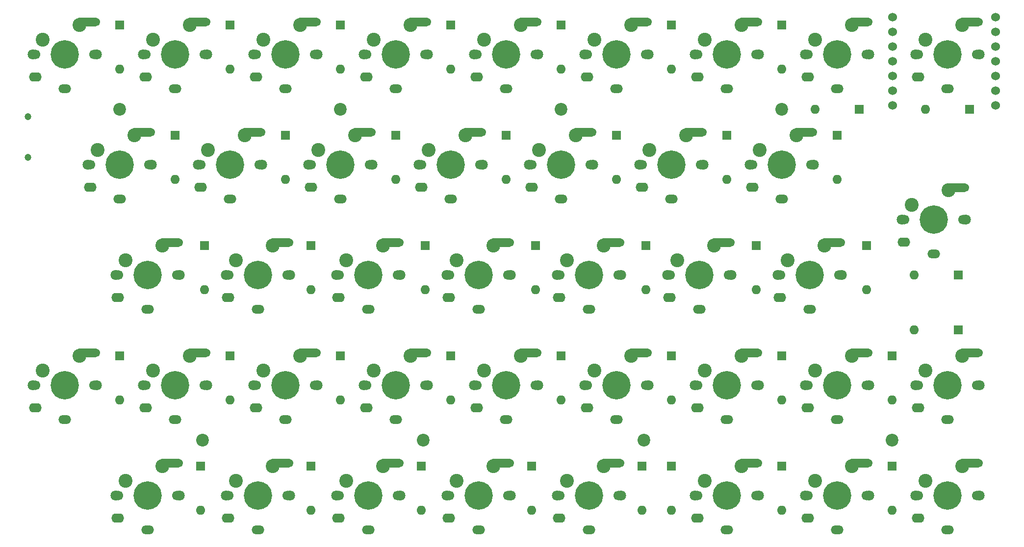
<source format=gbr>
%TF.GenerationSoftware,KiCad,Pcbnew,(7.0.0)*%
%TF.CreationDate,2023-02-28T11:25:28+09:00*%
%TF.ProjectId,sgkb-right,73676b62-2d72-4696-9768-742e6b696361,rev?*%
%TF.SameCoordinates,Original*%
%TF.FileFunction,Soldermask,Bot*%
%TF.FilePolarity,Negative*%
%FSLAX46Y46*%
G04 Gerber Fmt 4.6, Leading zero omitted, Abs format (unit mm)*
G04 Created by KiCad (PCBNEW (7.0.0)) date 2023-02-28 11:25:28*
%MOMM*%
%LPD*%
G01*
G04 APERTURE LIST*
G04 Aperture macros list*
%AMHorizOval*
0 Thick line with rounded ends*
0 $1 width*
0 $2 $3 position (X,Y) of the first rounded end (center of the circle)*
0 $4 $5 position (X,Y) of the second rounded end (center of the circle)*
0 Add line between two ends*
20,1,$1,$2,$3,$4,$5,0*
0 Add two circle primitives to create the rounded ends*
1,1,$1,$2,$3*
1,1,$1,$4,$5*%
G04 Aperture macros list end*
%ADD10C,1.800000*%
%ADD11C,1.700000*%
%ADD12C,4.900000*%
%ADD13O,2.200000X1.600000*%
%ADD14C,2.400000*%
%ADD15O,2.200000X1.500000*%
%ADD16HorizOval,1.500000X1.449945X0.012653X-1.449945X-0.012653X0*%
%ADD17R,1.600000X1.600000*%
%ADD18O,1.600000X1.600000*%
%ADD19C,2.200000*%
%ADD20C,1.200000*%
%ADD21C,1.524000*%
G04 APERTURE END LIST*
D10*
%TO.C,SW5*%
X99275000Y-47625000D03*
D11*
X99695000Y-47625000D03*
D12*
X104775000Y-47625000D03*
D11*
X109855000Y-47625000D03*
D10*
X110275000Y-47625000D03*
D13*
X99674999Y-51524999D03*
D14*
X100965000Y-45085000D03*
D15*
X104774999Y-53524999D03*
D14*
X107315000Y-42545000D03*
D16*
X108675041Y-42084598D03*
%TD*%
D17*
%TO.C,D18*%
X180974999Y-61594999D03*
D18*
X180974999Y-69214999D03*
%TD*%
D10*
%TO.C,SW33*%
X80225000Y-104775000D03*
D11*
X80645000Y-104775000D03*
D12*
X85725000Y-104775000D03*
D11*
X90805000Y-104775000D03*
D10*
X91225000Y-104775000D03*
D13*
X80624999Y-108674999D03*
D14*
X81915000Y-102235000D03*
D15*
X85724999Y-110674999D03*
D14*
X88265000Y-99695000D03*
D16*
X89625041Y-99234598D03*
%TD*%
D10*
%TO.C,SW37*%
X156425000Y-104775000D03*
D11*
X156845000Y-104775000D03*
D12*
X161925000Y-104775000D03*
D11*
X167005000Y-104775000D03*
D10*
X167425000Y-104775000D03*
D13*
X156824999Y-108674999D03*
D14*
X158115000Y-102235000D03*
D15*
X161924999Y-110674999D03*
D14*
X164465000Y-99695000D03*
D16*
X165825041Y-99234598D03*
%TD*%
D19*
%TO.C,H8*%
X190500000Y-114300000D03*
%TD*%
D17*
%TO.C,D39*%
X201929999Y-95249999D03*
D18*
X194309999Y-95249999D03*
%TD*%
D10*
%TO.C,SW32*%
X61175000Y-104775000D03*
D11*
X61595000Y-104775000D03*
D12*
X66675000Y-104775000D03*
D11*
X71755000Y-104775000D03*
D10*
X72175000Y-104775000D03*
D13*
X61574999Y-108674999D03*
D14*
X62865000Y-102235000D03*
D15*
X66674999Y-110674999D03*
D14*
X69215000Y-99695000D03*
D16*
X70575041Y-99234598D03*
%TD*%
D17*
%TO.C,D22*%
X71754999Y-80644999D03*
D18*
X71754999Y-88264999D03*
%TD*%
D10*
%TO.C,SW49*%
X194525000Y-123825000D03*
D11*
X194945000Y-123825000D03*
D12*
X200025000Y-123825000D03*
D11*
X205105000Y-123825000D03*
D10*
X205525000Y-123825000D03*
D13*
X194924999Y-127724999D03*
D14*
X196215000Y-121285000D03*
D15*
X200024999Y-129724999D03*
D14*
X202565000Y-118745000D03*
D16*
X203925041Y-118284598D03*
%TD*%
D17*
%TO.C,D33*%
X95249999Y-99694999D03*
D18*
X95249999Y-107314999D03*
%TD*%
D17*
%TO.C,D47*%
X152399999Y-118744999D03*
D18*
X152399999Y-126364999D03*
%TD*%
D17*
%TO.C,D6*%
X133349999Y-42544999D03*
D18*
X133349999Y-50164999D03*
%TD*%
D17*
%TO.C,D45*%
X128269999Y-118744999D03*
D18*
X128269999Y-126364999D03*
%TD*%
D10*
%TO.C,SW3*%
X61175000Y-47625000D03*
D11*
X61595000Y-47625000D03*
D12*
X66675000Y-47625000D03*
D11*
X71755000Y-47625000D03*
D10*
X72175000Y-47625000D03*
D13*
X61574999Y-51524999D03*
D14*
X62865000Y-45085000D03*
D15*
X66674999Y-53524999D03*
D14*
X69215000Y-42545000D03*
D16*
X70575041Y-42084598D03*
%TD*%
D10*
%TO.C,SW6*%
X118325000Y-47625000D03*
D11*
X118745000Y-47625000D03*
D12*
X123825000Y-47625000D03*
D11*
X128905000Y-47625000D03*
D10*
X129325000Y-47625000D03*
D13*
X118724999Y-51524999D03*
D14*
X120015000Y-45085000D03*
D15*
X123824999Y-53524999D03*
D14*
X126365000Y-42545000D03*
D16*
X127725041Y-42084598D03*
%TD*%
D10*
%TO.C,SW46*%
X132612500Y-123825000D03*
D11*
X133032500Y-123825000D03*
D12*
X138112500Y-123825000D03*
D11*
X143192500Y-123825000D03*
D10*
X143612500Y-123825000D03*
D13*
X133012499Y-127724999D03*
D14*
X134302500Y-121285000D03*
D15*
X138112499Y-129724999D03*
D14*
X140652500Y-118745000D03*
D16*
X142012541Y-118284598D03*
%TD*%
D10*
%TO.C,SW45*%
X113562500Y-123825000D03*
D11*
X113982500Y-123825000D03*
D12*
X119062500Y-123825000D03*
D11*
X124142500Y-123825000D03*
D10*
X124562500Y-123825000D03*
D13*
X113962499Y-127724999D03*
D14*
X115252500Y-121285000D03*
D15*
X119062499Y-129724999D03*
D14*
X121602500Y-118745000D03*
D16*
X122962541Y-118284598D03*
%TD*%
D10*
%TO.C,SW17*%
X146900000Y-66675000D03*
D11*
X147320000Y-66675000D03*
D12*
X152400000Y-66675000D03*
D11*
X157480000Y-66675000D03*
D10*
X157900000Y-66675000D03*
D13*
X147299999Y-70574999D03*
D14*
X148590000Y-64135000D03*
D15*
X152399999Y-72574999D03*
D14*
X154940000Y-61595000D03*
D16*
X156300041Y-61134598D03*
%TD*%
D17*
%TO.C,D2*%
X57149999Y-42544999D03*
D18*
X57149999Y-50164999D03*
%TD*%
D17*
%TO.C,D7*%
X152399999Y-42544999D03*
D18*
X152399999Y-50164999D03*
%TD*%
D10*
%TO.C,SW48*%
X175475000Y-123825000D03*
D11*
X175895000Y-123825000D03*
D12*
X180975000Y-123825000D03*
D11*
X186055000Y-123825000D03*
D10*
X186475000Y-123825000D03*
D13*
X175874999Y-127724999D03*
D14*
X177165000Y-121285000D03*
D15*
X180974999Y-129724999D03*
D14*
X183515000Y-118745000D03*
D16*
X184875041Y-118284598D03*
%TD*%
D17*
%TO.C,D32*%
X76199999Y-99694999D03*
D18*
X76199999Y-107314999D03*
%TD*%
D17*
%TO.C,D15*%
X123824999Y-61594999D03*
D18*
X123824999Y-69214999D03*
%TD*%
D17*
%TO.C,D5*%
X114299999Y-42544999D03*
D18*
X114299999Y-50164999D03*
%TD*%
D17*
%TO.C,D8*%
X171449999Y-42544999D03*
D18*
X171449999Y-50164999D03*
%TD*%
D17*
%TO.C,D12*%
X66674999Y-61594999D03*
D18*
X66674999Y-69214999D03*
%TD*%
D10*
%TO.C,SW34*%
X99275000Y-104775000D03*
D11*
X99695000Y-104775000D03*
D12*
X104775000Y-104775000D03*
D11*
X109855000Y-104775000D03*
D10*
X110275000Y-104775000D03*
D13*
X99674999Y-108674999D03*
D14*
X100965000Y-102235000D03*
D15*
X104774999Y-110674999D03*
D14*
X107315000Y-99695000D03*
D16*
X108675041Y-99234598D03*
%TD*%
D10*
%TO.C,SW14*%
X89750000Y-66675000D03*
D11*
X90170000Y-66675000D03*
D12*
X95250000Y-66675000D03*
D11*
X100330000Y-66675000D03*
D10*
X100750000Y-66675000D03*
D13*
X90149999Y-70574999D03*
D14*
X91440000Y-64135000D03*
D15*
X95249999Y-72574999D03*
D14*
X97790000Y-61595000D03*
D16*
X99150041Y-61134598D03*
%TD*%
D17*
%TO.C,D31*%
X57149999Y-99694999D03*
D18*
X57149999Y-107314999D03*
%TD*%
D17*
%TO.C,D9*%
X184784999Y-57149999D03*
D18*
X177164999Y-57149999D03*
%TD*%
D19*
%TO.C,H7*%
X109537500Y-114300000D03*
%TD*%
D10*
%TO.C,SW8*%
X156425000Y-47625000D03*
D11*
X156845000Y-47625000D03*
D12*
X161925000Y-47625000D03*
D11*
X167005000Y-47625000D03*
D10*
X167425000Y-47625000D03*
D13*
X156824999Y-51524999D03*
D14*
X158115000Y-45085000D03*
D15*
X161924999Y-53524999D03*
D14*
X164465000Y-42545000D03*
D16*
X165825041Y-42084598D03*
%TD*%
D10*
%TO.C,SW28*%
X170712500Y-85725000D03*
D11*
X171132500Y-85725000D03*
D12*
X176212500Y-85725000D03*
D11*
X181292500Y-85725000D03*
D10*
X181712500Y-85725000D03*
D13*
X171112499Y-89624999D03*
D14*
X172402500Y-83185000D03*
D15*
X176212499Y-91624999D03*
D14*
X178752500Y-80645000D03*
D16*
X180112541Y-80184598D03*
%TD*%
D10*
%TO.C,SW25*%
X113562500Y-85725000D03*
D11*
X113982500Y-85725000D03*
D12*
X119062500Y-85725000D03*
D11*
X124142500Y-85725000D03*
D10*
X124562500Y-85725000D03*
D13*
X113962499Y-89624999D03*
D14*
X115252500Y-83185000D03*
D15*
X119062499Y-91624999D03*
D14*
X121602500Y-80645000D03*
D16*
X122962541Y-80184598D03*
%TD*%
D17*
%TO.C,D10*%
X203834999Y-57149999D03*
D18*
X196214999Y-57149999D03*
%TD*%
D17*
%TO.C,D36*%
X152399999Y-99694999D03*
D18*
X152399999Y-107314999D03*
%TD*%
D17*
%TO.C,D34*%
X114299999Y-99694999D03*
D18*
X114299999Y-107314999D03*
%TD*%
D17*
%TO.C,D38*%
X190499999Y-99694999D03*
D18*
X190499999Y-107314999D03*
%TD*%
D17*
%TO.C,D27*%
X167004999Y-80644999D03*
D18*
X167004999Y-88264999D03*
%TD*%
D19*
%TO.C,H4*%
X147637500Y-114300000D03*
%TD*%
D10*
%TO.C,SW35*%
X118325000Y-104775000D03*
D11*
X118745000Y-104775000D03*
D12*
X123825000Y-104775000D03*
D11*
X128905000Y-104775000D03*
D10*
X129325000Y-104775000D03*
D13*
X118724999Y-108674999D03*
D14*
X120015000Y-102235000D03*
D15*
X123824999Y-110674999D03*
D14*
X126365000Y-99695000D03*
D16*
X127725041Y-99234598D03*
%TD*%
D10*
%TO.C,SW31*%
X42125000Y-104775000D03*
D11*
X42545000Y-104775000D03*
D12*
X47625000Y-104775000D03*
D11*
X52705000Y-104775000D03*
D10*
X53125000Y-104775000D03*
D13*
X42524999Y-108674999D03*
D14*
X43815000Y-102235000D03*
D15*
X47624999Y-110674999D03*
D14*
X50165000Y-99695000D03*
D16*
X51525041Y-99234598D03*
%TD*%
D19*
%TO.C,H1*%
X57150000Y-57150000D03*
%TD*%
D10*
%TO.C,SW42*%
X56412500Y-123825000D03*
D11*
X56832500Y-123825000D03*
D12*
X61912500Y-123825000D03*
D11*
X66992500Y-123825000D03*
D10*
X67412500Y-123825000D03*
D13*
X56812499Y-127724999D03*
D14*
X58102500Y-121285000D03*
D15*
X61912499Y-129724999D03*
D14*
X64452500Y-118745000D03*
D16*
X65812541Y-118284598D03*
%TD*%
D17*
%TO.C,D35*%
X133349999Y-99694999D03*
D18*
X133349999Y-107314999D03*
%TD*%
D17*
%TO.C,D42*%
X71119999Y-118744999D03*
D18*
X71119999Y-126364999D03*
%TD*%
D10*
%TO.C,SW15*%
X108800000Y-66675000D03*
D11*
X109220000Y-66675000D03*
D12*
X114300000Y-66675000D03*
D11*
X119380000Y-66675000D03*
D10*
X119800000Y-66675000D03*
D13*
X109199999Y-70574999D03*
D14*
X110490000Y-64135000D03*
D15*
X114299999Y-72574999D03*
D14*
X116840000Y-61595000D03*
D16*
X118200041Y-61134598D03*
%TD*%
D10*
%TO.C,SW44*%
X94512500Y-123825000D03*
D11*
X94932500Y-123825000D03*
D12*
X100012500Y-123825000D03*
D11*
X105092500Y-123825000D03*
D10*
X105512500Y-123825000D03*
D13*
X94912499Y-127724999D03*
D14*
X96202500Y-121285000D03*
D15*
X100012499Y-129724999D03*
D14*
X102552500Y-118745000D03*
D16*
X103912541Y-118284598D03*
%TD*%
D17*
%TO.C,D48*%
X171449999Y-118744999D03*
D18*
X171449999Y-126364999D03*
%TD*%
D10*
%TO.C,SW43*%
X75462500Y-123825000D03*
D11*
X75882500Y-123825000D03*
D12*
X80962500Y-123825000D03*
D11*
X86042500Y-123825000D03*
D10*
X86462500Y-123825000D03*
D13*
X75862499Y-127724999D03*
D14*
X77152500Y-121285000D03*
D15*
X80962499Y-129724999D03*
D14*
X83502500Y-118745000D03*
D16*
X84862541Y-118284598D03*
%TD*%
D17*
%TO.C,D43*%
X90169999Y-118744999D03*
D18*
X90169999Y-126364999D03*
%TD*%
D17*
%TO.C,D13*%
X85724999Y-61594999D03*
D18*
X85724999Y-69214999D03*
%TD*%
D10*
%TO.C,SW12*%
X51650000Y-66675000D03*
D11*
X52070000Y-66675000D03*
D12*
X57150000Y-66675000D03*
D11*
X62230000Y-66675000D03*
D10*
X62650000Y-66675000D03*
D13*
X52049999Y-70574999D03*
D14*
X53340000Y-64135000D03*
D15*
X57149999Y-72574999D03*
D14*
X59690000Y-61595000D03*
D16*
X61050041Y-61134598D03*
%TD*%
D10*
%TO.C,SW36*%
X137375000Y-104775000D03*
D11*
X137795000Y-104775000D03*
D12*
X142875000Y-104775000D03*
D11*
X147955000Y-104775000D03*
D10*
X148375000Y-104775000D03*
D13*
X137774999Y-108674999D03*
D14*
X139065000Y-102235000D03*
D15*
X142874999Y-110674999D03*
D14*
X145415000Y-99695000D03*
D16*
X146775041Y-99234598D03*
%TD*%
D19*
%TO.C,H2*%
X133350000Y-57150000D03*
%TD*%
%TO.C,H6*%
X171450000Y-57150000D03*
%TD*%
D10*
%TO.C,SW39*%
X194525000Y-104775000D03*
D11*
X194945000Y-104775000D03*
D12*
X200025000Y-104775000D03*
D11*
X205105000Y-104775000D03*
D10*
X205525000Y-104775000D03*
D13*
X194924999Y-108674999D03*
D14*
X196215000Y-102235000D03*
D15*
X200024999Y-110674999D03*
D14*
X202565000Y-99695000D03*
D16*
X203925041Y-99234598D03*
%TD*%
D10*
%TO.C,SW18*%
X165950000Y-66675000D03*
D11*
X166370000Y-66675000D03*
D12*
X171450000Y-66675000D03*
D11*
X176530000Y-66675000D03*
D10*
X176950000Y-66675000D03*
D13*
X166349999Y-70574999D03*
D14*
X167640000Y-64135000D03*
D15*
X171449999Y-72574999D03*
D14*
X173990000Y-61595000D03*
D16*
X175350041Y-61134598D03*
%TD*%
D10*
%TO.C,SW47*%
X156425000Y-123825000D03*
D11*
X156845000Y-123825000D03*
D12*
X161925000Y-123825000D03*
D11*
X167005000Y-123825000D03*
D10*
X167425000Y-123825000D03*
D13*
X156824999Y-127724999D03*
D14*
X158115000Y-121285000D03*
D15*
X161924999Y-129724999D03*
D14*
X164465000Y-118745000D03*
D16*
X165825041Y-118284598D03*
%TD*%
D10*
%TO.C,SW23*%
X75462500Y-85725000D03*
D11*
X75882500Y-85725000D03*
D12*
X80962500Y-85725000D03*
D11*
X86042500Y-85725000D03*
D10*
X86462500Y-85725000D03*
D13*
X75862499Y-89624999D03*
D14*
X77152500Y-83185000D03*
D15*
X80962499Y-91624999D03*
D14*
X83502500Y-80645000D03*
D16*
X84862541Y-80184598D03*
%TD*%
D17*
%TO.C,D3*%
X76199999Y-42544999D03*
D18*
X76199999Y-50164999D03*
%TD*%
D10*
%TO.C,SW24*%
X94512500Y-85725000D03*
D11*
X94932500Y-85725000D03*
D12*
X100012500Y-85725000D03*
D11*
X105092500Y-85725000D03*
D10*
X105512500Y-85725000D03*
D13*
X94912499Y-89624999D03*
D14*
X96202500Y-83185000D03*
D15*
X100012499Y-91624999D03*
D14*
X102552500Y-80645000D03*
D16*
X103912541Y-80184598D03*
%TD*%
D10*
%TO.C,SW16*%
X127850000Y-66675000D03*
D11*
X128270000Y-66675000D03*
D12*
X133350000Y-66675000D03*
D11*
X138430000Y-66675000D03*
D10*
X138850000Y-66675000D03*
D13*
X128249999Y-70574999D03*
D14*
X129540000Y-64135000D03*
D15*
X133349999Y-72574999D03*
D14*
X135890000Y-61595000D03*
D16*
X137250041Y-61134598D03*
%TD*%
D17*
%TO.C,D25*%
X128904999Y-80644999D03*
D18*
X128904999Y-88264999D03*
%TD*%
D10*
%TO.C,SW26*%
X132612500Y-85725000D03*
D11*
X133032500Y-85725000D03*
D12*
X138112500Y-85725000D03*
D11*
X143192500Y-85725000D03*
D10*
X143612500Y-85725000D03*
D13*
X133012499Y-89624999D03*
D14*
X134302500Y-83185000D03*
D15*
X138112499Y-91624999D03*
D14*
X140652500Y-80645000D03*
D16*
X142012541Y-80184598D03*
%TD*%
D10*
%TO.C,SW9*%
X175475000Y-47625000D03*
D11*
X175895000Y-47625000D03*
D12*
X180975000Y-47625000D03*
D11*
X186055000Y-47625000D03*
D10*
X186475000Y-47625000D03*
D13*
X175874999Y-51524999D03*
D14*
X177165000Y-45085000D03*
D15*
X180974999Y-53524999D03*
D14*
X183515000Y-42545000D03*
D16*
X184875041Y-42084598D03*
%TD*%
D10*
%TO.C,SW19*%
X192143750Y-76200000D03*
D11*
X192563750Y-76200000D03*
D12*
X197643750Y-76200000D03*
D11*
X202723750Y-76200000D03*
D10*
X203143750Y-76200000D03*
D13*
X192543749Y-80099999D03*
D14*
X193833750Y-73660000D03*
D15*
X197643749Y-82099999D03*
D14*
X200183750Y-71120000D03*
D16*
X201543791Y-70659598D03*
%TD*%
D17*
%TO.C,D44*%
X109219999Y-118744999D03*
D18*
X109219999Y-126364999D03*
%TD*%
D17*
%TO.C,D4*%
X95249999Y-42544999D03*
D18*
X95249999Y-50164999D03*
%TD*%
D17*
%TO.C,D28*%
X186054999Y-80644999D03*
D18*
X186054999Y-88264999D03*
%TD*%
D10*
%TO.C,SW10*%
X194525000Y-47625000D03*
D11*
X194945000Y-47625000D03*
D12*
X200025000Y-47625000D03*
D11*
X205105000Y-47625000D03*
D10*
X205525000Y-47625000D03*
D13*
X194924999Y-51524999D03*
D14*
X196215000Y-45085000D03*
D15*
X200024999Y-53524999D03*
D14*
X202565000Y-42545000D03*
D16*
X203925041Y-42084598D03*
%TD*%
D10*
%TO.C,SW4*%
X80225000Y-47625000D03*
D11*
X80645000Y-47625000D03*
D12*
X85725000Y-47625000D03*
D11*
X90805000Y-47625000D03*
D10*
X91225000Y-47625000D03*
D13*
X80624999Y-51524999D03*
D14*
X81915000Y-45085000D03*
D15*
X85724999Y-53524999D03*
D14*
X88265000Y-42545000D03*
D16*
X89625041Y-42084598D03*
%TD*%
D17*
%TO.C,D26*%
X147954999Y-80644999D03*
D18*
X147954999Y-88264999D03*
%TD*%
D17*
%TO.C,D17*%
X161924999Y-61594999D03*
D18*
X161924999Y-69214999D03*
%TD*%
D17*
%TO.C,D19*%
X201929999Y-85724999D03*
D18*
X194309999Y-85724999D03*
%TD*%
D10*
%TO.C,SW27*%
X151662500Y-85725000D03*
D11*
X152082500Y-85725000D03*
D12*
X157162500Y-85725000D03*
D11*
X162242500Y-85725000D03*
D10*
X162662500Y-85725000D03*
D13*
X152062499Y-89624999D03*
D14*
X153352500Y-83185000D03*
D15*
X157162499Y-91624999D03*
D14*
X159702500Y-80645000D03*
D16*
X161062541Y-80184598D03*
%TD*%
D17*
%TO.C,D24*%
X109854999Y-80644999D03*
D18*
X109854999Y-88264999D03*
%TD*%
D17*
%TO.C,D49*%
X190499999Y-118744999D03*
D18*
X190499999Y-126364999D03*
%TD*%
D10*
%TO.C,SW22*%
X56412500Y-85725000D03*
D11*
X56832500Y-85725000D03*
D12*
X61912500Y-85725000D03*
D11*
X66992500Y-85725000D03*
D10*
X67412500Y-85725000D03*
D13*
X56812499Y-89624999D03*
D14*
X58102500Y-83185000D03*
D15*
X61912499Y-91624999D03*
D14*
X64452500Y-80645000D03*
D16*
X65812541Y-80184598D03*
%TD*%
D17*
%TO.C,D16*%
X142874999Y-61594999D03*
D18*
X142874999Y-69214999D03*
%TD*%
D10*
%TO.C,SW2*%
X42125000Y-47625000D03*
D11*
X42545000Y-47625000D03*
D12*
X47625000Y-47625000D03*
D11*
X52705000Y-47625000D03*
D10*
X53125000Y-47625000D03*
D13*
X42524999Y-51524999D03*
D14*
X43815000Y-45085000D03*
D15*
X47624999Y-53524999D03*
D14*
X50165000Y-42545000D03*
D16*
X51525041Y-42084598D03*
%TD*%
D10*
%TO.C,SW7*%
X137375000Y-47625000D03*
D11*
X137795000Y-47625000D03*
D12*
X142875000Y-47625000D03*
D11*
X147955000Y-47625000D03*
D10*
X148375000Y-47625000D03*
D13*
X137774999Y-51524999D03*
D14*
X139065000Y-45085000D03*
D15*
X142874999Y-53524999D03*
D14*
X145415000Y-42545000D03*
D16*
X146775041Y-42084598D03*
%TD*%
D10*
%TO.C,SW13*%
X70700000Y-66675000D03*
D11*
X71120000Y-66675000D03*
D12*
X76200000Y-66675000D03*
D11*
X81280000Y-66675000D03*
D10*
X81700000Y-66675000D03*
D13*
X71099999Y-70574999D03*
D14*
X72390000Y-64135000D03*
D15*
X76199999Y-72574999D03*
D14*
X78740000Y-61595000D03*
D16*
X80100041Y-61134598D03*
%TD*%
D17*
%TO.C,D23*%
X90169999Y-80644999D03*
D18*
X90169999Y-88264999D03*
%TD*%
D19*
%TO.C,H5*%
X95250000Y-57150000D03*
%TD*%
D17*
%TO.C,D14*%
X104774999Y-61594999D03*
D18*
X104774999Y-69214999D03*
%TD*%
D17*
%TO.C,D46*%
X147319999Y-118744999D03*
D18*
X147319999Y-126364999D03*
%TD*%
D17*
%TO.C,D37*%
X171449999Y-99694999D03*
D18*
X171449999Y-107314999D03*
%TD*%
D10*
%TO.C,SW38*%
X175475000Y-104775000D03*
D11*
X175895000Y-104775000D03*
D12*
X180975000Y-104775000D03*
D11*
X186055000Y-104775000D03*
D10*
X186475000Y-104775000D03*
D13*
X175874999Y-108674999D03*
D14*
X177165000Y-102235000D03*
D15*
X180974999Y-110674999D03*
D14*
X183515000Y-99695000D03*
D16*
X184875041Y-99234598D03*
%TD*%
D19*
%TO.C,H3*%
X71437500Y-114300000D03*
%TD*%
D20*
%TO.C,J1*%
X41275000Y-65405000D03*
X41275000Y-58405000D03*
%TD*%
D21*
%TO.C,U1*%
X208300000Y-41200000D03*
X208300000Y-43740000D03*
X208300000Y-46280000D03*
X208300000Y-48820000D03*
X208300000Y-51360000D03*
X208300000Y-53900000D03*
X208300000Y-56440000D03*
X190520000Y-56440000D03*
X190520000Y-53900000D03*
X190520000Y-51360000D03*
X190520000Y-48820000D03*
X190520000Y-46280000D03*
X190520000Y-43740000D03*
X190520000Y-41200000D03*
%TD*%
M02*

</source>
